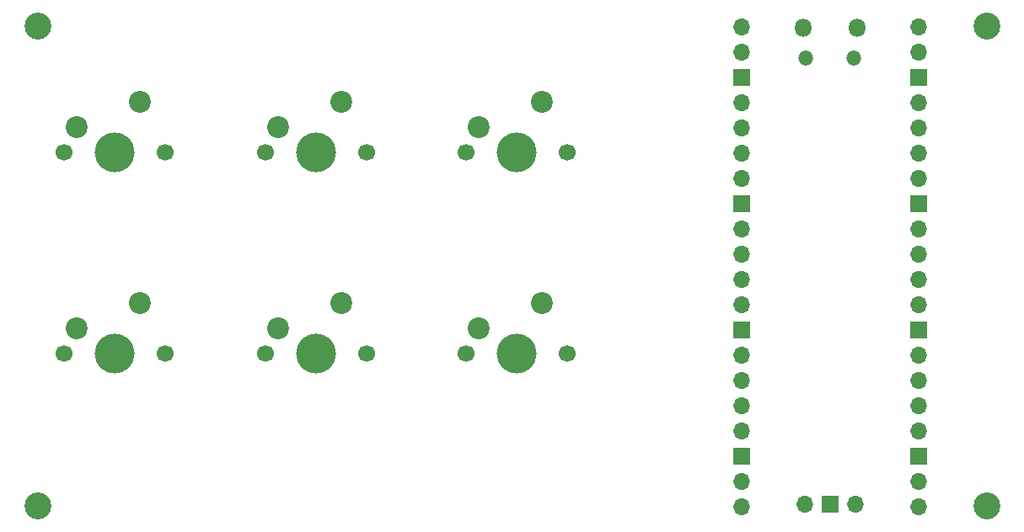
<source format=gbr>
%TF.GenerationSoftware,KiCad,Pcbnew,7.0.1*%
%TF.CreationDate,2023-04-02T08:11:54-04:00*%
%TF.ProjectId,Macropad,4d616372-6f70-4616-942e-6b696361645f,rev?*%
%TF.SameCoordinates,Original*%
%TF.FileFunction,Soldermask,Bot*%
%TF.FilePolarity,Negative*%
%FSLAX46Y46*%
G04 Gerber Fmt 4.6, Leading zero omitted, Abs format (unit mm)*
G04 Created by KiCad (PCBNEW 7.0.1) date 2023-04-02 08:11:54*
%MOMM*%
%LPD*%
G01*
G04 APERTURE LIST*
%ADD10C,1.700000*%
%ADD11C,4.000000*%
%ADD12C,2.200000*%
%ADD13C,2.700000*%
%ADD14O,1.800000X1.800000*%
%ADD15O,1.500000X1.500000*%
%ADD16O,1.700000X1.700000*%
%ADD17R,1.700000X1.700000*%
G04 APERTURE END LIST*
D10*
%TO.C,SW6*%
X149740000Y-111640000D03*
D11*
X154820000Y-111640000D03*
D10*
X159900000Y-111640000D03*
D12*
X157360000Y-106560000D03*
X151010000Y-109100000D03*
%TD*%
D13*
%TO.C,REF\u002A\u002A*%
X202000000Y-78740000D03*
%TD*%
D14*
%TO.C,U1*%
X183535000Y-78940000D03*
D15*
X183835000Y-81970000D03*
X188685000Y-81970000D03*
D14*
X188985000Y-78940000D03*
D16*
X177370000Y-78810000D03*
X177370000Y-81350000D03*
D17*
X177370000Y-83890000D03*
D16*
X177370000Y-86430000D03*
X177370000Y-88970000D03*
X177370000Y-91510000D03*
X177370000Y-94050000D03*
D17*
X177370000Y-96590000D03*
D16*
X177370000Y-99130000D03*
X177370000Y-101670000D03*
X177370000Y-104210000D03*
X177370000Y-106750000D03*
D17*
X177370000Y-109290000D03*
D16*
X177370000Y-111830000D03*
X177370000Y-114370000D03*
X177370000Y-116910000D03*
X177370000Y-119450000D03*
D17*
X177370000Y-121990000D03*
D16*
X177370000Y-124530000D03*
X177370000Y-127070000D03*
X195150000Y-127070000D03*
X195150000Y-124530000D03*
D17*
X195150000Y-121990000D03*
D16*
X195150000Y-119450000D03*
X195150000Y-116910000D03*
X195150000Y-114370000D03*
X195150000Y-111830000D03*
D17*
X195150000Y-109290000D03*
D16*
X195150000Y-106750000D03*
X195150000Y-104210000D03*
X195150000Y-101670000D03*
X195150000Y-99130000D03*
D17*
X195150000Y-96590000D03*
D16*
X195150000Y-94050000D03*
X195150000Y-91510000D03*
X195150000Y-88970000D03*
X195150000Y-86430000D03*
D17*
X195150000Y-83890000D03*
D16*
X195150000Y-81350000D03*
X195150000Y-78810000D03*
X183720000Y-126840000D03*
D17*
X186260000Y-126840000D03*
D16*
X188800000Y-126840000D03*
%TD*%
D13*
%TO.C,REF\u002A\u002A*%
X202000000Y-127000000D03*
%TD*%
D10*
%TO.C,SW5*%
X149740000Y-91440000D03*
D11*
X154820000Y-91440000D03*
D10*
X159900000Y-91440000D03*
D12*
X157360000Y-86360000D03*
X151010000Y-88900000D03*
%TD*%
D10*
%TO.C,SW2*%
X109340000Y-111640000D03*
D11*
X114420000Y-111640000D03*
D10*
X119500000Y-111640000D03*
D12*
X116960000Y-106560000D03*
X110610000Y-109100000D03*
%TD*%
D10*
%TO.C,SW4*%
X129540000Y-111640000D03*
D11*
X134620000Y-111640000D03*
D10*
X139700000Y-111640000D03*
D12*
X137160000Y-106560000D03*
X130810000Y-109100000D03*
%TD*%
D10*
%TO.C,SW3*%
X129540000Y-91440000D03*
D11*
X134620000Y-91440000D03*
D10*
X139700000Y-91440000D03*
D12*
X137160000Y-86360000D03*
X130810000Y-88900000D03*
%TD*%
D13*
%TO.C,REF\u002A\u002A*%
X106680000Y-127000000D03*
%TD*%
%TO.C,REF\u002A\u002A*%
X106680000Y-78740000D03*
%TD*%
D10*
%TO.C,SW1*%
X109340000Y-91440000D03*
D11*
X114420000Y-91440000D03*
D10*
X119500000Y-91440000D03*
D12*
X116960000Y-86360000D03*
X110610000Y-88900000D03*
%TD*%
M02*

</source>
